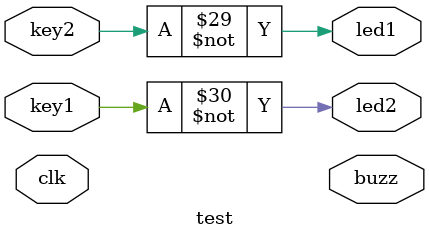
<source format=v>
module test(clk,led1,led2,buzz,key1, key2);
input clk, key1, key2;
output reg buzz;
output  led1,led2;

//定义音符时序周期数
localparam			M0 	= 98800,
M1	= 95600,
M2	= 85150,
M3	= 75850,
M4	= 71600,
M5  = 63750,
M6	= 56800,
M7	= 50600;
//信号定义
reg		[16:0]		cnt0		;	//计数每个音符对应的时序周期
reg		[10:0]		cnt1		;	//计数每个音符重复次数
reg		[5 :0]		cnt2		;	//计数曲谱中音符个数
reg		[16:0]		pre_set		;	//预装载值
wire	[16:0]		pre_div		;	//占空比
reg		[10:0]		cishu		;	//定义不同音符重复不同次数
wire	[10:0]		cishu_div	;	//音符重复次数占空比
reg 				flag		;	//歌曲种类标志：0小星星，1两只老虎
reg		[5 :0]		YINFU		;	//定义曲谱中音符个数
//歌曲种类标志位
always @(posedge clk or negedge rst_n) begin
if(!rst_n) begin
flag <= 1'b0;
end
else if(press) begin
flag <= ~flag;
end
end
//重设音符的个数
always @(posedge clk or negedge rst_n) begin
if(!rst_n)
YINFU <= 48;
else if(flag == 1'b1)
YINFU <= 36;
else
YINFU <= 48;
end
//计数每个音符的周期，也就是表示音符的一个周期
always @(posedge clk or negedge rst_n) begin
if(!rst_n) begin
cnt0 <= 0;
end
else if(press)
cnt0 <= 0;
else begin
if(cnt0 == pre_set - 1)
cnt0 <= 0;
else
cnt0 <= cnt0 + 1;
end
end
//计数每个音符重复次数，也就是表示一个音符的响鸣持续时长
always @(posedge clk or negedge rst_n) begin
if(!rst_n) begin
cnt1 <= 0;
end
else if(press)
cnt1 <= 0;
else begin
if(cnt0 == pre_set - 1)begin
if(cnt1 == cishu)
cnt1 <= 0;
else
cnt1 <= cnt1 + 1;
end
end
end
//计数有多少个音符，也就是曲谱中有共多少个音符
always @(posedge clk or negedge rst_n) begin
if(!rst_n) begin
cnt2 <= 0;
end
else if(press)
cnt2 <= 0;
else begin
if(cnt1 == cishu && cnt0 == pre_set - 1) begin
if(cnt2 == YINFU - 1) begin
cnt2 <= 0;
end
else
cnt2 <= cnt2 + 1;
end
end
end
//定义音符重复次数
always @(*) begin
case(pre_set)
M0:cishu = 242;
M1:cishu = 250;
M2:cishu = 281;
M3:cishu = 315;
M4:cishu = 334;
M5:cishu = 375;
M6:cishu = 421;
M7:cishu = 472;
endcase
end

//曲谱定义
always @(*) begin
begin
case(cnt2)	//小星星歌谱
0 : pre_set = M1;
1 : pre_set = M1;
2 : pre_set = M5;
3 : pre_set = M5;
4 : pre_set = M6;
5 : pre_set = M6;
6 : pre_set = M5;
7 : pre_set = M0;
8 : pre_set = M4;
9 : pre_set = M4;
10: pre_set = M3;
11: pre_set = M3;
12: pre_set = M2;
13: pre_set = M2;
14: pre_set = M1;
15: pre_set = M0;
16: pre_set = M5;
17: pre_set = M5;
18: pre_set = M4;
19: pre_set = M4;
20: pre_set = M3;
21: pre_set = M3;
22: pre_set = M2;
23: pre_set = M0;
24: pre_set = M5;
25: pre_set = M5;
26: pre_set = M4;
27: pre_set = M4;
28: pre_set = M3;
29: pre_set = M3;
30: pre_set = M2;
31: pre_set = M0;
32: pre_set = M1;
33: pre_set = M1;
34: pre_set = M5;
35: pre_set = M5;
36: pre_set = M6;
37: pre_set = M6;
38: pre_set = M5;
39: pre_set = M0;
40: pre_set = M4;
41: pre_set = M4;
42: pre_set = M3;
43: pre_set = M3;
44: pre_set = M2;
45: pre_set = M2;
46: pre_set = M1;
47: pre_set = M0;
endcase
end

end





assign led1=~key2;
assign led2=~key1;


endmodule

</source>
